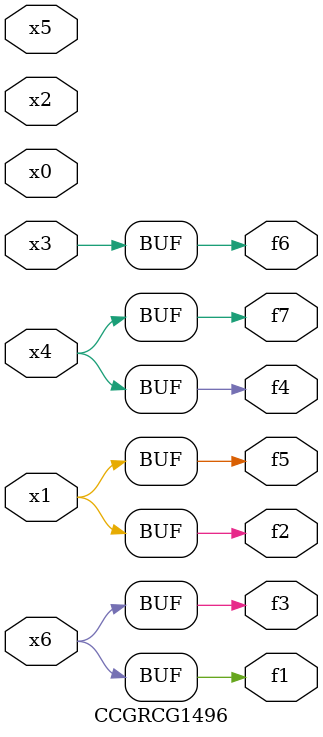
<source format=v>
module CCGRCG1496(
	input x0, x1, x2, x3, x4, x5, x6,
	output f1, f2, f3, f4, f5, f6, f7
);
	assign f1 = x6;
	assign f2 = x1;
	assign f3 = x6;
	assign f4 = x4;
	assign f5 = x1;
	assign f6 = x3;
	assign f7 = x4;
endmodule

</source>
